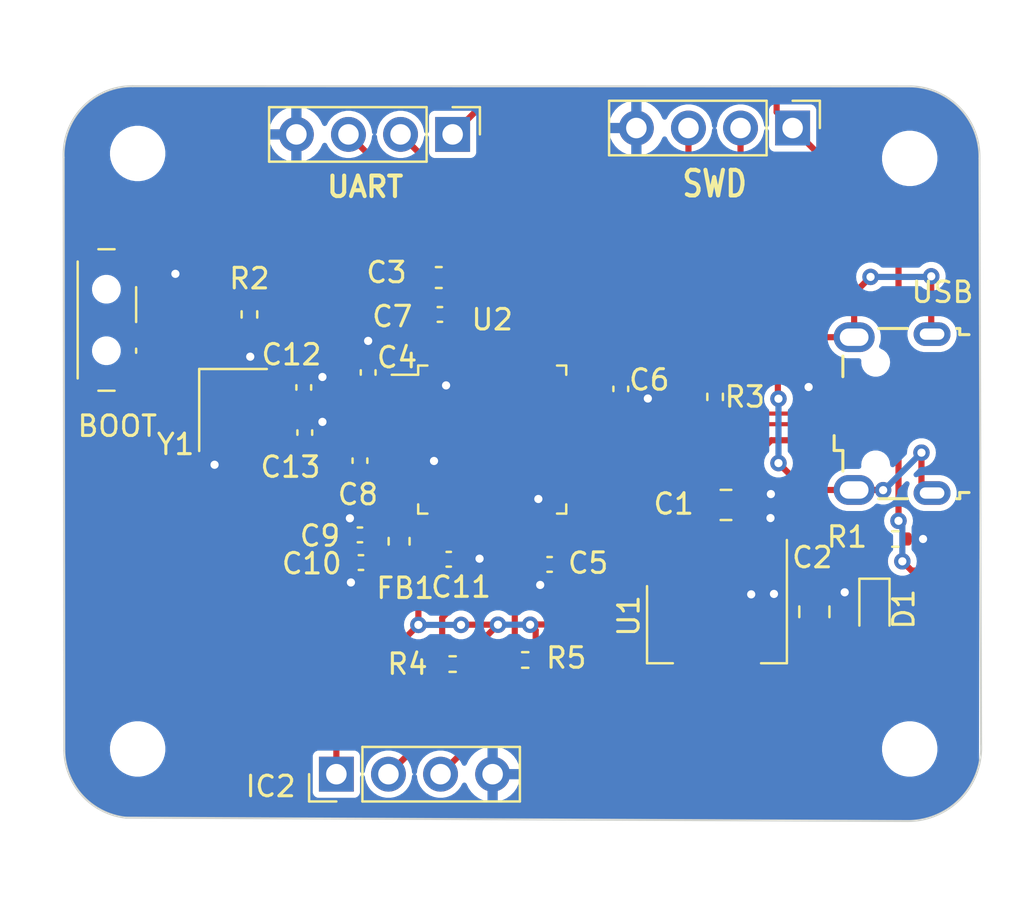
<source format=kicad_pcb>
(kicad_pcb (version 20240108) (generator "pcbnew") (generator_version "8.0")
  (layers (0 "F.Cu" signal) (31 "B.Cu" power) (34 "B.Paste" user) (35 "F.Paste" user) (36 "B.SilkS" user "B.Silkscreen") (37 "F.SilkS" user "F.Silkscreen") (38 "B.Mask" user) (39 "F.Mask" user) (44 "Edge.Cuts" user))
  (net 0 "")
  (net 1 "VBUS")
  (net 2 "GND")
  (net 3 "+3.3V")
  (net 4 "+3.3VA")
  (net 5 "/NRST")
  (net 6 "/HSE_IN")
  (net 7 "/HSE_OUT")
  (net 8 "/PWR_LED_K")
  (net 9 "/USB_D-")
  (net 10 "/USB_D+")
  (net 12 "unconnected-(J1-Shield-Pad6)")
  (net 13 "/USART1_TX")
  (net 14 "/USART1_RX")
  (net 15 "/SWDIO")
  (net 16 "/SWCLK")
  (net 17 "/I2C2_SCL")
  (net 18 "/I2C2_SDA")
  (net 19 "/SW_B00T0")
  (net 20 "/B00T0")
  (footprint "Connector_PinHeader_2.54mm:PinHeader_1x04_P2.54mm_Vertical" (layer "F.Cu") (at 144.39 56.56 -90)
    (property "Reference" "J3")
    (property "Value" "Conn_01x04_Pin")
    (pad "1" thru_hole rect (at 0 0 270) (size 1.7 1.7) (drill 1) (layers "*.Cu" "*.Mask") (net 3 "+3.3V"))
    (pad "2" thru_hole oval (at 0 2.54 270) (size 1.7 1.7) (drill 1) (layers "*.Cu" "*.Mask") (net 15 "/SWDIO"))
    (pad "3" thru_hole oval (at 0 5.08 270) (size 1.7 1.7) (drill 1) (layers "*.Cu" "*.Mask") (net 16 "/SWCLK"))
    (pad "4" thru_hole oval (at 0 7.62 270) (size 1.7 1.7) (drill 1) (layers "*.Cu" "*.Mask") (net 2 "GND"))
  )
  (footprint "MountingHole:MountingHole_2.2mm_M2" (layer "F.Cu") (at 112.45 86.84)
    (property "Reference" "H1")
    (property "Value" "MountingHole")
    (pad "" np_thru_hole circle (at 0 0) (size 2.2 2.2) (drill 2.2) (layers "*.Cu" "*.Mask"))
  )
  (footprint "MountingHole:MountingHole_2.2mm_M2" (layer "F.Cu") (at 112.45 57.8)
    (property "Reference" "H4")
    (property "Value" "MountingHole")
    (pad "" np_thru_hole circle (at 0 0) (size 2.2 2.2) (drill 2.2) (layers "*.Cu" "*.Mask"))
  )
  (footprint "Capacitor_SMD:C_0402_1005Metric" (layer "F.Cu") (at 127.62 77.59)
    (property "Reference" "C11" (at 0.6 1.35 0) (layer "F.SilkS"))
    (property "Value" "100n")
    (pad "1" smd roundrect (at -0.48 0) (size 0.56 0.62) (layers "F.Cu" "F.Paste" "F.Mask") (net 5 "/NRST"))
    (pad "2" smd roundrect (at 0.48 0) (size 0.56 0.62) (layers "F.Cu" "F.Paste" "F.Mask") (net 2 "GND"))
  )
  (footprint "Resistor_SMD:R_0402_1005Metric" (layer "F.Cu") (at 140.61 69.67 -90)
    (property "Reference" "R3" (at 0 -1.45 180) (layer "F.SilkS"))
    (property "Value" "1k5")
    (pad "1" smd roundrect (at -0.51 0 270) (size 0.54 0.64) (layers "F.Cu" "F.Paste" "F.Mask") (net 3 "+3.3V"))
    (pad "2" smd roundrect (at 0.51 0 270) (size 0.54 0.64) (layers "F.Cu" "F.Paste" "F.Mask") (net 10 "/USB_D+"))
  )
  (footprint "Resistor_SMD:R_0402_1005Metric" (layer "F.Cu") (at 117.9 65.65 90)
    (property "Reference" "R2" (at 1.75 0 180) (layer "F.SilkS"))
    (property "Value" "10k")
    (pad "1" smd roundrect (at -0.51 0 90) (size 0.54 0.64) (layers "F.Cu" "F.Paste" "F.Mask") (net 19 "/SW_B00T0"))
    (pad "2" smd roundrect (at 0.51 0 90) (size 0.54 0.64) (layers "F.Cu" "F.Paste" "F.Mask") (net 20 "/B00T0"))
  )
  (footprint "Button_Switch_SMD:SW_SPDT_PCM12" (layer "F.Cu") (at 111.255 65.92 -90)
    (property "Reference" "SW1")
    (property "Value" "SW_SPDT")
    (pad "" smd rect (at -3.65 -0.78 270) (size 1 0.8) (layers "F.Cu" "F.Paste" "F.Mask"))
    (pad "" smd rect (at -3.65 1.43 270) (size 1 0.8) (layers "F.Cu" "F.Paste" "F.Mask"))
    (pad "" np_thru_hole circle (at -1.5 0.33 270) (size 0.9 0.9) (drill 0.9) (layers "*.Cu" "*.Mask"))
    (pad "" np_thru_hole circle (at 1.5 0.33 270) (size 0.9 0.9) (drill 0.9) (layers "*.Cu" "*.Mask"))
    (pad "" smd rect (at 3.65 -0.78 270) (size 1 0.8) (layers "F.Cu" "F.Paste" "F.Mask"))
    (pad "" smd rect (at 3.65 1.43 270) (size 1 0.8) (layers "F.Cu" "F.Paste" "F.Mask"))
    (pad "1" smd rect (at -2.25 -1.43 270) (size 0.7 1.5) (layers "F.Cu" "F.Paste" "F.Mask") (net 2 "GND"))
    (pad "2" smd rect (at 0.75 -1.43 270) (size 0.7 1.5) (layers "F.Cu" "F.Paste" "F.Mask") (net 19 "/SW_B00T0"))
    (pad "3" smd rect (at 2.25 -1.43 270) (size 0.7 1.5) (layers "F.Cu" "F.Paste" "F.Mask") (net 3 "+3.3V"))
  )
  (footprint "LED_SMD:LED_0603_1608Metric" (layer "F.Cu") (at 148.38 80.0225 -90)
    (property "Reference" "D1" (at 0 -1.43 90) (layer "F.SilkS"))
    (property "Value" "RED")
    (pad "1" smd roundrect (at -0.7875 0 270) (size 0.875 0.95) (layers "F.Cu" "F.Paste" "F.Mask") (net 8 "/PWR_LED_K"))
    (pad "2" smd roundrect (at 0.7875 0 270) (size 0.875 0.95) (layers "F.Cu" "F.Paste" "F.Mask") (net 3 "+3.3V"))
  )
  (footprint "Resistor_SMD:R_0402_1005Metric" (layer "F.Cu") (at 131.35 82.5 180)
    (property "Reference" "R5" (at -2 0.1 0) (layer "F.SilkS"))
    (property "Value" "1k5")
    (pad "1" smd roundrect (at -0.51 0 180) (size 0.54 0.64) (layers "F.Cu" "F.Paste" "F.Mask") (net 3 "+3.3V"))
    (pad "2" smd roundrect (at 0.51 0 180) (size 0.54 0.64) (layers "F.Cu" "F.Paste" "F.Mask") (net 18 "/I2C2_SDA"))
  )
  (footprint "Package_QFP:LQFP-48_7x7mm_P0.5mm" (layer "F.Cu") (at 129.74 71.7525)
    (property "Reference" "U2" (at 0 -5.85 0) (layer "F.SilkS"))
    (property "Value" "STM32F103C8Tx")
    (pad "1" smd roundrect (at -4.1625 -2.75) (size 1.475 0.3) (layers "F.Cu" "F.Paste" "F.Mask") (net 3 "+3.3V"))
    (pad "2" smd roundrect (at -4.1625 -2.25) (size 1.475 0.3) (layers "F.Cu" "F.Paste" "F.Mask"))
    (pad "3" smd roundrect (at -4.1625 -1.75) (size 1.475 0.3) (layers "F.Cu" "F.Paste" "F.Mask"))
    (pad "4" smd roundrect (at -4.1625 -1.25) (size 1.475 0.3) (layers "F.Cu" "F.Paste" "F.Mask"))
    (pad "5" smd roundrect (at -4.1625 -0.75) (size 1.475 0.3) (layers "F.Cu" "F.Paste" "F.Mask") (net 6 "/HSE_IN"))
    (pad "6" smd roundrect (at -4.1625 -0.25) (size 1.475 0.3) (layers "F.Cu" "F.Paste" "F.Mask") (net 7 "/HSE_OUT"))
    (pad "7" smd roundrect (at -4.1625 0.25) (size 1.475 0.3) (layers "F.Cu" "F.Paste" "F.Mask") (net 5 "/NRST"))
    (pad "8" smd roundrect (at -4.1625 0.75) (size 1.475 0.3) (layers "F.Cu" "F.Paste" "F.Mask") (net 2 "GND"))
    (pad "9" smd roundrect (at -4.1625 1.25) (size 1.475 0.3) (layers "F.Cu" "F.Paste" "F.Mask") (net 4 "+3.3VA"))
    (pad "10" smd roundrect (at -4.1625 1.75) (size 1.475 0.3) (layers "F.Cu" "F.Paste" "F.Mask"))
    (pad "11" smd roundrect (at -4.1625 2.25) (size 1.475 0.3) (layers "F.Cu" "F.Paste" "F.Mask"))
    (pad "12" smd roundrect (at -4.1625 2.75) (size 1.475 0.3) (layers "F.Cu" "F.Paste" "F.Mask"))
    (pad "13" smd roundrect (at -2.75 4.1625) (size 0.3 1.475) (layers "F.Cu" "F.Paste" "F.Mask"))
    (pad "14" smd roundrect (at -2.25 4.1625) (size 0.3 1.475) (layers "F.Cu" "F.Paste" "F.Mask"))
    (pad "15" smd roundrect (at -1.75 4.1625) (size 0.3 1.475) (layers "F.Cu" "F.Paste" "F.Mask"))
    (pad "16" smd roundrect (at -1.25 4.1625) (size 0.3 1.475) (layers "F.Cu" "F.Paste" "F.Mask"))
    (pad "17" smd roundrect (at -0.75 4.1625) (size 0.3 1.475) (layers "F.Cu" "F.Paste" "F.Mask"))
    (pad "18" smd roundrect (at -0.25 4.1625) (size 0.3 1.475) (layers "F.Cu" "F.Paste" "F.Mask"))
    (pad "19" smd roundrect (at 0.25 4.1625) (size 0.3 1.475) (layers "F.Cu" "F.Paste" "F.Mask"))
    (pad "20" smd roundrect (at 0.75 4.1625) (size 0.3 1.475) (layers "F.Cu" "F.Paste" "F.Mask"))
    (pad "21" smd roundrect (at 1.25 4.1625) (size 0.3 1.475) (layers "F.Cu" "F.Paste" "F.Mask") (net 17 "/I2C2_SCL"))
    (pad "22" smd roundrect (at 1.75 4.1625) (size 0.3 1.475) (layers "F.Cu" "F.Paste" "F.Mask") (net 18 "/I2C2_SDA"))
    (pad "23" smd roundrect (at 2.25 4.1625) (size 0.3 1.475) (layers "F.Cu" "F.Paste" "F.Mask") (net 2 "GND"))
    (pad "24" smd roundrect (at 2.75 4.1625) (size 0.3 1.475) (layers "F.Cu" "F.Paste" "F.Mask") (net 3 "+3.3V"))
    (pad "25" smd roundrect (at 4.1625 2.75) (size 1.475 0.3) (layers "F.Cu" "F.Paste" "F.Mask"))
    (pad "26" smd roundrect (at 4.1625 2.25) (size 1.475 0.3) (layers "F.Cu" "F.Paste" "F.Mask"))
    (pad "27" smd roundrect (at 4.1625 1.75) (size 1.475 0.3) (layers "F.Cu" "F.Paste" "F.Mask"))
    (pad "28" smd roundrect (at 4.1625 1.25) (size 1.475 0.3) (layers "F.Cu" "F.Paste" "F.Mask"))
    (pad "29" smd roundrect (at 4.1625 0.75) (size 1.475 0.3) (layers "F.Cu" "F.Paste" "F.Mask"))
    (pad "30" smd roundrect (at 4.1625 0.25) (size 1.475 0.3) (layers "F.Cu" "F.Paste" "F.Mask"))
    (pad "31" smd roundrect (at 4.1625 -0.25) (size 1.475 0.3) (layers "F.Cu" "F.Paste" "F.Mask"))
    (pad "32" smd roundrect (at 4.1625 -0.75) (size 1.475 0.3) (layers "F.Cu" "F.Paste" "F.Mask") (net 9 "/USB_D-"))
    (pad "33" smd roundrect (at 4.1625 -1.25) (size 1.475 0.3) (layers "F.Cu" "F.Paste" "F.Mask") (net 10 "/USB_D+"))
    (pad "34" smd roundrect (at 4.1625 -1.75) (size 1.475 0.3) (layers "F.Cu" "F.Paste" "F.Mask") (net 15 "/SWDIO"))
    (pad "35" smd roundrect (at 4.1625 -2.25) (size 1.475 0.3) (layers "F.Cu" "F.Paste" "F.Mask") (net 2 "GND"))
    (pad "36" smd roundrect (at 4.1625 -2.75) (size 1.475 0.3) (layers "F.Cu" "F.Paste" "F.Mask") (net 3 "+3.3V"))
    (pad "37" smd roundrect (at 2.75 -4.1625) (size 0.3 1.475) (layers "F.Cu" "F.Paste" "F.Mask") (net 16 "/SWCLK"))
    (pad "38" smd roundrect (at 2.25 -4.1625) (size 0.3 1.475) (layers "F.Cu" "F.Paste" "F.Mask"))
    (pad "39" smd roundrect (at 1.75 -4.1625) (size 0.3 1.475) (layers "F.Cu" "F.Paste" "F.Mask"))
    (pad "40" smd roundrect (at 1.25 -4.1625) (size 0.3 1.475) (layers "F.Cu" "F.Paste" "F.Mask"))
    (pad "41" smd roundrect (at 0.75 -4.1625) (size 0.3 1.475) (layers "F.Cu" "F.Paste" "F.Mask"))
    (pad "42" smd roundrect (at 0.25 -4.1625) (size 0.3 1.475) (layers "F.Cu" "F.Paste" "F.Mask") (net 13 "/USART1_TX"))
    (pad "43" smd roundrect (at -0.25 -4.1625) (size 0.3 1.475) (layers "F.Cu" "F.Paste" "F.Mask") (net 14 "/USART1_RX"))
    (pad "44" smd roundrect (at -0.75 -4.1625) (size 0.3 1.475) (layers "F.Cu" "F.Paste" "F.Mask") (net 20 "/B00T0"))
    (pad "45" smd roundrect (at -1.25 -4.1625) (size 0.3 1.475) (layers "F.Cu" "F.Paste" "F.Mask"))
    (pad "46" smd roundrect (at -1.75 -4.1625) (size 0.3 1.475) (layers "F.Cu" "F.Paste" "F.Mask"))
    (pad "47" smd roundrect (at -2.25 -4.1625) (size 0.3 1.475) (layers "F.Cu" "F.Paste" "F.Mask") (net 2 "GND"))
    (pad "48" smd roundrect (at -2.75 -4.1625) (size 0.3 1.475) (layers "F.Cu" "F.Paste" "F.Mask") (net 3 "+3.3V"))
  )
  (footprint "Capacitor_SMD:C_0402_1005Metric" (layer "F.Cu") (at 132.54 77.84 180)
    (property "Reference" "C5" (at -1.8768 0.0652 0) (layer "F.SilkS"))
    (property "Value" "100n")
    (pad "1" smd roundrect (at -0.48 0 180) (size 0.56 0.62) (layers "F.Cu" "F.Paste" "F.Mask") (net 3 "+3.3V"))
    (pad "2" smd roundrect (at 0.48 0 180) (size 0.56 0.62) (layers "F.Cu" "F.Paste" "F.Mask") (net 2 "GND"))
  )
  (footprint "Capacitor_SMD:C_0603_1608Metric" (layer "F.Cu") (at 127.135 63.85)
    (property "Reference" "C3" (at -2.55 -0.25 0) (layer "F.SilkS"))
    (property "Value" "10u")
    (pad "1" smd roundrect (at -0.775 0) (size 0.9 0.95) (layers "F.Cu" "F.Paste" "F.Mask") (net 3 "+3.3V"))
    (pad "2" smd roundrect (at 0.775 0) (size 0.9 0.95) (layers "F.Cu" "F.Paste" "F.Mask") (net 2 "GND"))
  )
  (footprint "Capacitor_SMD:C_0402_1005Metric" (layer "F.Cu") (at 123.29 72.78 90)
    (property "Reference" "C8" (at -1.65 -0.1 180) (layer "F.SilkS"))
    (property "Value" "10n")
    (pad "1" smd roundrect (at -0.48 0 90) (size 0.56 0.62) (layers "F.Cu" "F.Paste" "F.Mask") (net 4 "+3.3VA"))
    (pad "2" smd roundrect (at 0.48 0 90) (size 0.56 0.62) (layers "F.Cu" "F.Paste" "F.Mask") (net 2 "GND"))
  )
  (footprint "Capacitor_SMD:C_0402_1005Metric" (layer "F.Cu") (at 123.29 76.4 180)
    (property "Reference" "C9" (at 1.95 -0.05 0) (layer "F.SilkS"))
    (property "Value" "1u")
    (pad "1" smd roundrect (at -0.48 0 180) (size 0.56 0.62) (layers "F.Cu" "F.Paste" "F.Mask") (net 4 "+3.3VA"))
    (pad "2" smd roundrect (at 0.48 0 180) (size 0.56 0.62) (layers "F.Cu" "F.Paste" "F.Mask") (net 2 "GND"))
  )
  (footprint "Connector_USB:USB_Micro-B_Wuerth_629105150521" (layer "F.Cu") (at 149.24 70.485 90)
    (property "Reference" "J1")
    (property "Value" "USB_B_Micro")
    (pad "" np_thru_hole oval (at -2.5 -0.8 90) (size 0.8 0.8) (drill 0.8) (layers "*.Cu" "*.Mask"))
    (pad "" np_thru_hole oval (at 2.5 -0.8 90) (size 0.8 0.8) (drill 0.8) (layers "*.Cu" "*.Mask"))
    (pad "1" smd rect (at -1.3 -1.9 90) (size 0.45 1.3) (layers "F.Cu" "F.Paste" "F.Mask") (net 1 "VBUS"))
    (pad "2" smd rect (at -0.65 -1.9 90) (size 0.45 1.3) (layers "F.Cu" "F.Paste" "F.Mask") (net 9 "/USB_D-"))
    (pad "3" smd rect (at 0 -1.9 90) (size 0.45 1.3) (layers "F.Cu" "F.Paste" "F.Mask") (net 10 "/USB_D+"))
    (pad "4" smd rect (at 0.65 -1.9 90) (size 0.45 1.3) (layers "F.Cu" "F.Paste" "F.Mask"))
    (pad "5" smd rect (at 1.3 -1.9 90) (size 0.45 1.3) (layers "F.Cu" "F.Paste" "F.Mask") (net 2 "GND"))
    (pad "6" thru_hole oval (at -3.875 1.95 90) (size 1.15 1.8) (drill oval 0.55 1.2) (layers "*.Cu" "*.Mask") (net 12 "unconnected-(J1-Shield-Pad6)"))
    (pad "6" thru_hole oval (at -3.725 -1.85 90) (size 1.45 2) (drill oval 0.85 1.4) (layers "*.Cu" "*.Mask") (net 12 "unconnected-(J1-Shield-Pad6)"))
    (pad "6" thru_hole oval (at 3.725 -1.85 90) (size 1.45 2) (drill oval 0.85 1.4) (layers "*.Cu" "*.Mask") (net 12 "unconnected-(J1-Shield-Pad6)"))
    (pad "6" thru_hole oval (at 3.875 1.95 90) (size 1.15 1.8) (drill oval 0.55 1.2) (layers "*.Cu" "*.Mask") (net 12 "unconnected-(J1-Shield-Pad6)"))
  )
  (footprint "Resistor_SMD:R_0402_1005Metric" (layer "F.Cu") (at 149.4 76.6)
    (property "Reference" "R1" (at -2.36 -0.1 0) (layer "F.SilkS"))
    (property "Value" "1k5")
    (pad "1" smd roundrect (at -0.51 0) (size 0.54 0.64) (layers "F.Cu" "F.Paste" "F.Mask") (net 8 "/PWR_LED_K"))
    (pad "2" smd roundrect (at 0.51 0) (size 0.54 0.64) (layers "F.Cu" "F.Paste" "F.Mask") (net 2 "GND"))
  )
  (footprint "Capacitor_SMD:C_0402_1005Metric" (layer "F.Cu") (at 123.69 68.48 90)
    (property "Reference" "C4" (at 0.73 1.41 0) (layer "F.SilkS"))
    (property "Value" "100n")
    (pad "1" smd roundrect (at -0.48 0 90) (size 0.56 0.62) (layers "F.Cu" "F.Paste" "F.Mask") (net 3 "+3.3V"))
    (pad "2" smd roundrect (at 0.48 0 90) (size 0.56 0.62) (layers "F.Cu" "F.Paste" "F.Mask") (net 2 "GND"))
  )
  (footprint "Capacitor_SMD:C_0805_2012Metric" (layer "F.Cu") (at 141.14 74.94)
    (property "Reference" "C1" (at -2.55 -0.05 0) (layer "F.SilkS"))
    (property "Value" "22u")
    (pad "1" smd roundrect (at -0.95 0) (size 1 1.45) (layers "F.Cu" "F.Paste" "F.Mask") (net 1 "VBUS"))
    (pad "2" smd roundrect (at 0.95 0) (size 1 1.45) (layers "F.Cu" "F.Paste" "F.Mask") (net 2 "GND"))
  )
  (footprint "Capacitor_SMD:C_0805_2012Metric" (layer "F.Cu") (at 145.45 80.15 90)
    (property "Reference" "C2" (at 2.65 -0.1 180) (layer "F.SilkS"))
    (property "Value" "22u")
    (pad "1" smd roundrect (at -0.95 0 90) (size 1 1.45) (layers "F.Cu" "F.Paste" "F.Mask") (net 3 "+3.3V"))
    (pad "2" smd roundrect (at 0.95 0 90) (size 1 1.45) (layers "F.Cu" "F.Paste" "F.Mask") (net 2 "GND"))
  )
  (footprint "Connector_PinHeader_2.54mm:PinHeader_1x04_P2.54mm_Vertical" (layer "F.Cu") (at 127.81 56.87 -90)
    (property "Reference" "J2")
    (property "Value" "Conn_01x04_Pin")
    (pad "1" thru_hole rect (at 0 0 270) (size 1.7 1.7) (drill 1) (layers "*.Cu" "*.Mask") (net 3 "+3.3V"))
    (pad "2" thru_hole oval (at 0 2.54 270) (size 1.7 1.7) (drill 1) (layers "*.Cu" "*.Mask") (net 13 "/USART1_TX"))
    (pad "3" thru_hole oval (at 0 5.08 270) (size 1.7 1.7) (drill 1) (layers "*.Cu" "*.Mask") (net 14 "/USART1_RX"))
    (pad "4" thru_hole oval (at 0 7.62 270) (size 1.7 1.7) (drill 1) (layers "*.Cu" "*.Mask") (net 2 "GND"))
  )
  (footprint "MountingHole:MountingHole_2.2mm_M2" (layer "F.Cu") (at 150.1 86.84)
    (property "Reference" "H2")
    (property "Value" "MountingHole")
    (pad "" np_thru_hole circle (at 0 0) (size 2.2 2.2) (drill 2.2) (layers "F&B.Cu" "*.Mask"))
  )
  (footprint "Package_TO_SOT_SMD:SOT-223-3_TabPin2" (layer "F.Cu") (at 140.7 80.75 -90)
    (property "Reference" "U1" (at -0.4 4.3 90) (layer "F.SilkS"))
    (property "Value" "AMS1117-3.3")
    (pad "1" smd rect (at -3.15 -2.3 270) (size 2 1.5) (layers "F.Cu" "F.Paste" "F.Mask") (net 2 "GND"))
    (pad "2" smd rect (at -3.15 0 270) (size 2 1.5) (layers "F.Cu" "F.Paste" "F.Mask") (net 3 "+3.3V"))
    (pad "2" smd rect (at 3.15 0 270) (size 2 3.8) (layers "F.Cu" "F.Paste" "F.Mask") (net 3 "+3.3V"))
    (pad "3" smd rect (at -3.15 2.3 270) (size 2 1.5) (layers "F.Cu" "F.Paste" "F.Mask") (net 1 "VBUS"))
  )
  (footprint "Crystal:Crystal_SMD_3225-4Pin_3.2x2.5mm" (layer "F.Cu") (at 117.1 70.31 -90)
    (property "Reference" "Y1" (at 1.6736 2.8 180) (layer "F.SilkS"))
    (property "Value" "16MHz")
    (pad "1" smd rect (at -1.1 0.85 270) (size 1.4 1.2) (layers "F.Cu" "F.Paste" "F.Mask") (net 6 "/HSE_IN"))
    (pad "2" smd rect (at 1.1 0.85 270) (size 1.4 1.2) (layers "F.Cu" "F.Paste" "F.Mask") (net 2 "GND"))
    (pad "3" smd rect (at 1.1 -0.85 270) (size 1.4 1.2) (layers "F.Cu" "F.Paste" "F.Mask") (net 7 "/HSE_OUT"))
    (pad "4" smd rect (at -1.1 -0.85 270) (size 1.4 1.2) (layers "F.Cu" "F.Paste" "F.Mask") (net 2 "GND"))
  )
  (footprint "Capacitor_SMD:C_0402_1005Metric" (layer "F.Cu") (at 136.01 69.28 -90)
    (property "Reference" "C6" (at -0.44 -1.39 180) (layer "F.SilkS"))
    (property "Value" "100n")
    (pad "1" smd roundrect (at -0.48 0 270) (size 0.56 0.62) (layers "F.Cu" "F.Paste" "F.Mask") (net 3 "+3.3V"))
    (pad "2" smd roundrect (at 0.48 0 270) (size 0.56 0.62) (layers "F.Cu" "F.Paste" "F.Mask") (net 2 "GND"))
  )
  (footprint "Capacitor_SMD:C_0402_1005Metric" (layer "F.Cu") (at 120.55 69.21 90)
    (property "Reference" "C12" (at 1.6 -0.6 180) (layer "F.SilkS"))
    (property "Value" "10p")
    (pad "1" smd roundrect (at -0.48 0 90) (size 0.56 0.62) (layers "F.Cu" "F.Paste" "F.Mask") (net 6 "/HSE_IN"))
    (pad "2" smd roundrect (at 0.48 0 90) (size 0.56 0.62) (layers "F.Cu" "F.Paste" "F.Mask") (net 2 "GND"))
  )
  (footprint "Capacitor_SMD:C_0402_1005Metric" (layer "F.Cu") (at 120.6 71.41 90)
    (property "Reference" "C13" (at -1.68 -0.7 0) (layer "F.SilkS"))
    (property "Value" "10p")
    (pad "1" smd roundrect (at -0.48 0 90) (size 0.56 0.62) (layers "F.Cu" "F.Paste" "F.Mask") (net 7 "/HSE_OUT"))
    (pad "2" smd roundrect (at 0.48 0 90) (size 0.56 0.62) (layers "F.Cu" "F.Paste" "F.Mask") (net 2 "GND"))
  )
  (footprint "Capacitor_SMD:C_0402_1005Metric" (layer "F.Cu") (at 123.34 77.75 180)
    (property "Reference" "C10" (at 2.4 -0.05 0) (layer "F.SilkS"))
    (property "Value" "1u")
    (pad "1" smd roundrect (at -0.48 0 180) (size 0.56 0.62) (layers "F.Cu" "F.Paste" "F.Mask") (net 3 "+3.3V"))
    (pad "2" smd roundrect (at 0.48 0 180) (size 0.56 0.62) (layers "F.Cu" "F.Paste" "F.Mask") (net 2 "GND"))
  )
  (footprint "MountingHole:MountingHole_2.2mm_M2" (layer "F.Cu") (at 150.1 58.04)
    (property "Reference" "H3")
    (property "Value" "MountingHole")
    (pad "" np_thru_hole circle (at 0 0) (size 2.2 2.2) (drill 2.2) (layers "*.Cu" "*.Mask"))
  )
  (footprint "Inductor_SMD:L_0603_1608Metric" (layer "F.Cu") (at 125.2 76.7125 -90)
    (property "Reference" "FB1" (at 2.2875 -0.3 180) (layer "F.SilkS"))
    (property "Value" "120R")
    (pad "1" smd roundrect (at -0.7875 0 270) (size 0.875 0.95) (layers "F.Cu" "F.Paste" "F.Mask") (net 4 "+3.3VA"))
    (pad "2" smd roundrect (at 0.7875 0 270) (size 0.875 0.95) (layers "F.Cu" "F.Paste" "F.Mask") (net 3 "+3.3V"))
  )
  (footprint "Connector_PinHeader_2.54mm:PinHeader_1x04_P2.54mm_Vertical" (layer "F.Cu") (at 122.14 88.07 90)
    (property "Reference" "J4")
    (property "Value" "Conn_01x04_Pin")
    (pad "1" thru_hole rect (at 0 0 90) (size 1.7 1.7) (drill 1) (layers "*.Cu" "*.Mask") (net 3 "+3.3V"))
    (pad "2" thru_hole oval (at 0 2.54 90) (size 1.7 1.7) (drill 1) (layers "*.Cu" "*.Mask") (net 17 "/I2C2_SCL"))
    (pad "3" thru_hole oval (at 0 5.08 90) (size 1.7 1.7) (drill 1) (layers "*.Cu" "*.Mask") (net 18 "/I2C2_SDA"))
    (pad "4" thru_hole oval (at 0 7.62 90) (size 1.7 1.7) (drill 1) (layers "*.Cu" "*.Mask") (net 2 "GND"))
  )
  (footprint "Capacitor_SMD:C_0402_1005Metric" (layer "F.Cu") (at 127.19 65.65)
    (property "Reference" "C7" (at -2.32 0.1 0) (layer "F.SilkS"))
    (property "Value" "100n")
    (pad "1" smd roundrect (at -0.48 0) (size 0.56 0.62) (layers "F.Cu" "F.Paste" "F.Mask") (net 3 "+3.3V"))
    (pad "2" smd roundrect (at 0.48 0) (size 0.56 0.62) (layers "F.Cu" "F.Paste" "F.Mask") (net 2 "GND"))
  )
  (footprint "Resistor_SMD:R_0402_1005Metric" (layer "F.Cu") (at 127.81 82.7 180)
    (property "Reference" "R4" (at 2.2 0 0) (layer "F.SilkS"))
    (property "Value" "1k5")
    (pad "1" smd roundrect (at -0.51 0 180) (size 0.54 0.64) (layers "F.Cu" "F.Paste" "F.Mask") (net 3 "+3.3V"))
    (pad "2" smd roundrect (at 0.51 0 180) (size 0.54 0.64) (layers "F.Cu" "F.Paste" "F.Mask") (net 17 "/I2C2_SCL"))
  )
  (gr_arc (start 111.88 90.189999) (mid 109.762653 89.123604) (end 108.871826 86.92661) (stroke (width 0.1)) (layer "Edge.Cuts"))
  (gr_arc (start 150.147759 54.529949) (mid 152.55117 55.590382) (end 153.499999 58.04) (stroke (width 0.1)) (layer "Edge.Cuts"))
  (gr_line (start 153.58 86.6) (end 153.5 58.04) (stroke (width 0.1)) (layer "Edge.Cuts"))
  (gr_line (start 150.038536 90.353827) (end 111.88 90.19) (stroke (width 0.1)) (layer "Edge.Cuts"))
  (gr_arc (start 153.58 86.6) (mid 152.606963 89.229481) (end 150.038536 90.353827) (stroke (width 0.1)) (layer "Edge.Cuts"))
  (gr_arc (start 108.842535 57.993499) (mid 109.781849 55.535056) (end 112.21 54.520001) (stroke (width 0.1)) (layer "Edge.Cuts"))
  (gr_line (start 112.21 54.52) (end 150.147759 54.529949) (stroke (width 0.1)) (layer "Edge.Cuts"))
  (gr_line (start 108.871826 86.92661) (end 108.842535 57.993499) (stroke (width 0.1)) (layer "Edge.Cuts"))
  (gr_text "Prince Lee Muhera\nAspiring Hardware Engineer" (at 132.6388 89.154 0) (layer "F.Cu") (effects (font (size 0.7 0.7) (thickness 0.125) (bold yes)) (justify left bottom)))
  (gr_text "UART" (at 121.58 60.01 0) (layer "F.SilkS") (effects (font (size 1 1) (thickness 0.2) (bold yes)) (justify left bottom)))
  (gr_text "BOOT" (at 109.43 71.68 0) (layer "F.SilkS") (effects (font (size 1 1)) (justify left bottom)))
  (gr_text "USB" (at 150.1 65.15 0) (layer "F.SilkS") (effects (font (size 1 1)) (justify left bottom)))
  (gr_text "IC2" (at 117.62 89.25 0) (layer "F.SilkS") (effects (font (size 1 1)) (justify left bottom)))
  (gr_text "SWD" (at 138.91 60.01 0) (layer "F.SilkS") (effects (font (size 1.25 1) (thickness 0.2) (bold yes)) (justify left bottom)))
  (segment (start 138.4 77.6) (end 138.4 76.73) (width 0.3) (layer "F.Cu") (net 1))
  (segment (start 138.4 76.73) (end 140.19 74.94) (width 0.3) (layer "F.Cu") (net 1))
  (segment (start 143.345 71.785) (end 147.34 71.785) (width 0.3) (layer "F.Cu") (net 1))
  (segment (start 140.19 74.94) (end 143.345 71.785) (width 0.3) (layer "F.Cu") (net 1))
  (segment (start 135.13 69.76) (end 136.01 69.76) (width 0.3) (layer "F.Cu") (net 2))
  (segment (start 124.33 72.33) (end 123.32 72.33) (width 0.3) (layer "F.Cu") (net 2))
  (segment (start 122.86 77.75) (end 122.86 78.71) (width 0.5) (layer "F.Cu") (net 2))
  (segment (start 117.95 69.21) (end 117.95 67.72) (width 0.3) (layer "F.Cu") (net 2))
  (segment (start 127.9 64.96) (end 127.9 63.86) (width 0.3) (layer "F.Cu") (net 2))
  (segment (start 123.32 72.33) (end 123.29 72.3) (width 0.3) (layer "F.Cu") (net 2))
  (segment (start 124.5025 72.5025) (end 124.33 72.33) (width 0.3) (layer "F.Cu") (net 2))
  (segment (start 132.06 78.8216) (end 132.08 78.8416) (width 0.3) (layer "F.Cu") (net 2))
  (segment (start 125.5775 72.5025) (end 124.5025 72.5025) (width 0.3) (layer "F.Cu") (net 2))
  (segment (start 127.67 65.65) (end 127.67 65.19) (width 0.3) (layer "F.Cu") (net 2))
  (segment (start 127.9 63.86) (end 127.91 63.85) (width 0.3) (layer "F.Cu") (net 2))
  (segment (start 122.81 76.4) (end 122.81 75.6) (width 0.5) (layer "F.Cu") (net 2))
  (segment (start 147.34 69.185) (end 145.175 69.185) (width 0.3) (layer "F.Cu") (net 2))
  (segment (start 149.91 76.6) (end 150.75 76.6) (width 0.3) (layer "F.Cu") (net 2))
  (segment (start 131.99 77.77) (end 132.06 77.84) (width 0.3) (layer "F.Cu") (net 2))
  (segment (start 120.6 70.93) (end 121.42 70.93) (width 0.5) (layer "F.Cu") (net 2))
  (segment (start 127.69 66.49) (end 127.69 65.67) (width 0.3) (layer "F.Cu") (net 2))
  (segment (start 136.01 69.76) (end 137.32 69.76) (width 0.3) (layer "F.Cu") (net 2))
  (segment (start 133.9025 69.5025) (end 134.8725 69.5025) (width 0.3) (layer "F.Cu") (net 2))
  (segment (start 120.55 68.73) (end 121.43 68.73) (width 0.5) (layer "F.Cu") (net 2))
  (segment (start 121.42 70.93) (end 121.46 70.89) (width 0.5) (layer "F.Cu") (net 2))
  (segment (start 145.175 69.185) (end 145.17 69.19) (width 0.3) (layer "F.Cu") (net 2))
  (segment (start 116.25 71.41) (end 116.25 72.93) (width 0.3) (layer "F.Cu") (net 2))
  (segment (start 127.49 66.69) (end 127.69 66.49) (width 0.3) (layer "F.Cu") (net 2))
  (segment (start 125.5775 72.5025) (end 126.608212 72.5025) (width 0.3) (layer "F.Cu") (net 2))
  (segment (start 126.608212 72.5025) (end 126.90152 72.795808) (width 0.3) (layer "F.Cu") (net 2))
  (segment (start 131.99 75.915) (end 131.99 74.65) (width 0.3) (layer "F.Cu") (net 2))
  (segment (start 127.49 67.59) (end 127.49 66.69) (width 0.3) (layer "F.Cu") (net 2))
  (segment (start 127.49 67.59) (end 127.49 69.11) (width 0.3) (layer "F.Cu") (net 2))
  (segment (start 132.06 77.84) (end 132.06 78.8216) (width 0.3) (layer "F.Cu") (net 2))
  (segment (start 129.122794 77.560793) (end 129.093587 77.59) (width 0.25) (layer "F.Cu") (net 2))
  (segment (start 112.685 63.67) (end 114.29 63.67) (width 0.5) (layer "F.Cu") (net 2))
  (segment (start 123.69 68) (end 123.69 66.94) (width 0.5) (layer "F.Cu") (net 2))
  (segment (start 121.43 68.73) (end 121.46 68.7) (width 0.5) (layer "F.Cu") (net 2))
  (segment (start 116.25 72.93) (end 116.2 72.98) (width 0.3) (layer "F.Cu") (net 2))
  (segment (start 129.093587 77.59) (end 128.1 77.59) (width 0.25) (layer "F.Cu") (net 2))
  (segment (start 137.32 69.76) (end 137.33 69.75) (width 0.3) (layer "F.Cu") (net 2))
  (segment (start 134.8725 69.5025) (end 135.13 69.76) (width 0.3) (layer "F.Cu") (net 2))
  (segment (start 117.95 67.72) (end 117.94 67.71) (width 0.3) (layer "F.Cu") (net 2))
  (segment (start 131.99 75.915) (end 131.99 77.77) (width 0.3) (layer "F.Cu") (net 2))
  (segment (start 127.69 65.67) (end 127.67 65.65) (width 0.3) (layer "F.Cu") (net 2))
  (segment (start 127.67 65.19) (end 127.9 64.96) (width 0.3) (layer "F.Cu") (net 2))
  (segment (start 122.81 75.6) (end 122.8 75.59) (width 0.5) (layer "F.Cu") (net 2))
  (segment (start 122.86 78.71) (end 122.85 78.72) (width 0.5) (layer "F.Cu") (net 2))
  (via (at 114.29 63.67) (size 0.8) (drill 0.4) (layers "F.Cu" "B.Cu") (net 2))
  (via (at 123.69 66.94) (size 0.8) (drill 0.4) (layers "F.Cu" "B.Cu") (net 2))
  (via (at 146.93 79.2) (size 0.8) (drill 0.4) (layers "F.Cu" "B.Cu") (net 2))
  (via (at 122.8 75.59) (size 0.8) (drill 0.4) (layers "F.Cu" "B.Cu") (net 2))
  (via (at 137.33 69.75) (size 0.8) (drill 0.4) (layers "F.Cu" "B.Cu") (net 2))
  (via (at 126.90152 72.795808) (size 0.8) (drill 0.4) (layers "F.Cu" "B.Cu") (net 2))
  (via (at 129.122794 77.560793) (size 0.8) (drill 0.4) (layers "F.Cu" "B.Cu") (net 2))
  (via (at 142.37 79.3) (size 0.8) (drill 0.4) (layers "F.Cu" "B.Cu") (net 2))
  (via (at 122.85 78.72) (size 0.8) (drill 0.4) (layers "F.Cu" "B.Cu") (net 2))
  (via (at 127.49 69.11) (size 0.8) (drill 0.4) (layers "F.Cu" "B.Cu") (net 2))
  (via (at 143.48 79.28) (size 0.8) (drill 0.4) (layers "F.Cu" "B.Cu") (net 2))
  (via (at 132.08 78.8416) (size 0.8) (drill 0.4) (layers "F.Cu" "B.Cu") (net 2))
  (via (at 143.33 74.41) (size 0.8) (drill 0.4) (layers "F.Cu" "B.Cu") (net 2))
  (via (at 121.46 70.89) (size 0.8) (drill 0.4) (layers "F.Cu" "B.Cu") (net 2))
  (via (at 116.2 72.98) (size 0.8) (drill 0.4) (layers "F.Cu" "B.Cu") (net 2))
  (via (at 121.46 68.7) (size 0.8) (drill 0.4) (layers "F.Cu" "B.Cu") (net 2))
  (via (at 150.75 76.6) (size 0.8) (drill 0.4) (layers "F.Cu" "B.Cu") (net 2))
  (via (at 143.31 75.58) (size 0.8) (drill 0.4) (layers "F.Cu" "B.Cu") (net 2))
  (via (at 131.99 74.65) (size 0.8) (drill 0.4) (layers "F.Cu" "B.Cu") (net 2))
  (via (at 117.94 67.71) (size 0.8) (drill 0.4) (layers "F.Cu" "B.Cu") (net 2))
  (via (at 145.17 69.19) (size 0.8) (drill 0.4) (layers "F.Cu" "B.Cu") (net 2))
  (segment (start 132.49 75.915) (end 132.49 77.267035) (width 0.3) (layer "F.Cu") (net 3))
  (segment (start 126.14 80.79) (end 126.14 78.44) (width 0.3) (layer "F.Cu") (net 3))
  (segment (start 147.04 81.1) (end 147.04 82.43) (width 0.3) (layer "F.Cu") (net 3))
  (segment (start 128.32 82.7) (end 128.32 82.48) (width 0.3) (layer "F.Cu") (net 3))
  (segment (start 126.71 65.65) (end 126.71 65.32) (width 0.3) (layer "F.Cu") (net 3))
  (segment (start 126.43 65.04) (end 126.43 63.92) (width 0.3) (layer "F.Cu") (net 3))
  (segment (start 126.43 63.92) (end 126.36 63.85) (width 0.3) (layer "F.Cu") (net 3))
  (segment (start 131.86 81.0505) (end 131.5895 80.78) (width 0.3) (layer "F.Cu") (net 3))
  (segment (start 121.35 66.96) (end 122.01 66.96) (width 0.3) (layer "F.Cu") (net 3))
  (segment (start 132.572965 77.35) (end 132.58 77.35) (width 0.3) (layer "F.Cu") (net 3))
  (segment (start 143.609775 54.878234) (end 143.609775 55.779775) (width 0.3) (layer "F.Cu") (net 3))
  (segment (start 123.5 68.77) (end 123.69 68.96) (width 0.3) (layer "F.Cu") (net 3))
  (segment (start 148.09 81.1) (end 148.38 80.81) (width 0.3) (layer "F.Cu") (net 3))
  (segment (start 134.74 80.77) (end 134.74 79.56) (width 0.3) (layer "F.Cu") (net 3))
  (segment (start 126.14 78.44) (end 125.2 77.5) (width 0.3) (layer "F.Cu") (net 3))
  (segment (start 131.5995 80.77) (end 131.5895 80.78) (width 0.3) (layer "F.Cu") (net 3))
  (segment (start 145.6 86.17) (end 140.63 86.17) (width 0.3) (layer "F.Cu") (net 3))
  (segment (start 126.7 66.53) (end 126.7 65.66) (width 0.3) (layer "F.Cu") (net 3))
  (segment (start 113.085 68.17) (end 114.295 66.96) (width 0.3) (layer "F.Cu") (net 3))
  (segment (start 128.32 82.48) (end 130.02 80.78) (width 0.3) (layer "F.Cu") (net 3))
  (segment (start 128.23 80.78) (end 128.22 80.79) (width 0.3) (layer "F.Cu") (net 3))
  (segment (start 134.9075 69.0025) (end 135.12 68.79) (width 0.3) (layer "F.Cu") (net 3))
  (segment (start 140.7 86.1) (end 140.7 83.9) (width 0.3) (layer "F.Cu") (net 3))
  (segment (start 140.63 86.17) (end 135.76 86.17) (width 0.3) (layer "F.Cu") (net 3))
  (segment (start 122.865 84.065) (end 122.14 84.79) (width 0.3) (layer "F.Cu") (net 3))
  (segment (start 134.74 85.15) (end 134.74 80.77) (width 0.3) (layer "F.Cu") (net 3))
  (segment (start 126.7 65.66) (end 126.71 65.65) (width 0.3) (layer "F.Cu") (net 3))
  (segment (start 122.865 84.065) (end 112.785 73.985) (width 0.3) (layer "F.Cu") (net 3))
  (segment (start 132.49 77.267035) (end 132.572965 77.35) (width 0.3) (layer "F.Cu") (net 3))
  (segment (start 126.14 80.79) (end 122.865 84.065) (width 0.3) (layer "F.Cu") (net 3))
  (segment (start 147.04 85.15) (end 145.81 86.38) (width 0.3) (layer "F.Cu") (net 3))
  (segment (start 145.45 81.1) (end 147.04 81.1) (width 0.3) (layer "F.Cu") (net 3))
  (segment (start 151.65 78.14) (end 150.19 78.14) (width 0.3) (layer "F.Cu") (net 3))
  (segment (start 129.805386 54.874614) (end 143.609775 54.878234) (width 0.3) (layer "F.Cu") (net 3))
  (segment (start 134.74 80.77) (end 131.5995 80.77) (width 0.3) (layer "F.Cu") (net 3))
  (segment (start 121.35 66.96) (end 124.46 63.85) (width 0.3) (layer "F.Cu") (net 3))
  (segment (start 133.02 77.79) (end 133.02 77.84) (width 0.3) (layer "F.Cu") (net 3))
  (segment (start 130.02 80.78) (end 128.23 80.78) (width 0.3) (layer "F.Cu") (net 3))
  (segment (start 126.99 67.59) (end 126.99 66.82) (width 0.3) (layer "F.Cu") (net 3))
  (segment (start 140.25 68.8) (end 140.61 69.16) (width 0.3) (layer "F.Cu") (net 3))
  (segment (start 147.04 82.43) (end 147.04 85.15) (width 0.3) (layer "F.Cu") (net 3))
  (segment (start 114.295 66.96) (end 121.35 66.96) (width 0.3) (layer "F.Cu") (net 3))
  (segment (start 150.78 82.43) (end 151.66 81.55) (width 0.3) (layer "F.Cu") (net 3))
  (segment (start 123.82 77.75) (end 124.95 77.75) (width 0.3) (layer "F.Cu") (net 3))
  (segment (start 134.74 79.56) (end 133.02 77.84) (width 0.3) (layer "F.Cu") (net 3))
  (segment (start 145.81 86.38) (end 145.6 86.17) (width 0.3) (layer "F.Cu") (net 3))
  (segment (start 140.63 86.17) (end 140.7 86.1) (width 0.3) (layer "F.Cu") (net 3))
  (segment (start 122.14 84.79) (end 122.14 88.07) (width 0.3) (layer "F.Cu") (net 3))
  (segment (start 127.81 56.87) (end 129.805386 54.874614) (width 0.3) (layer "F.Cu") (net 3))
  (segment (start 135.76 86.17) (end 134.74 85.15) (width 0.3) (layer "F.Cu") (net 3))
  (segment (start 147.715 62.055) (end 140.61 69.16) (width 0.3) (layer "F.Cu") (net 3))
  (segment (start 126.71 65.32) (end 126.43 65.04) (width 0.3) (layer "F.Cu") (net 3))
  (segment (start 151.66 78.15) (end 151.65 78.14) (width 0.3) (layer "F.Cu") (net 3))
  (segment (start 135.13 68.8) (end 136.01 68.8) (width 0.3) (layer "F.Cu") (net 3))
  (segment (start 149.553532 75.714684) (end 149.553532 61.723532) (width 0.3) (layer "F.Cu") (net 3))
  (segment (start 124.46 63.85) (end 126.36 63.85) (width 0.3) (layer "F.Cu") (net 3))
  (segment (start 122.71 68.77) (end 123.5 68.77) (width 0.3) (layer "F.Cu") (net 3))
  (segment (start 147.715 59.885) (end 144.39 56.56) (width 0.3) (layer "F.Cu") (net 3))
  (segment (start 149.553532 61.723532) (end 147.715 59.885) (width 0.3) (layer "F.Cu") (net 3))
  (segment (start 136.01 68.8) (end 140.25 68.8) (width 0.3) (layer "F.Cu") (net 3))
  (segment (start 133.9025 69.0025) (end 134.9075 69.0025) (width 0.3) (layer "F.Cu") (net 3))
  (segment (start 112.785 73.985) (end 112.785 68.27) (width 0.3) (layer "F.Cu") (net 3))
  (segment (start 140.7 77.6) (end 140.7 83.9) (width 0.3) (layer "F.Cu") (net 3))
  (segment (start 124.95 77.75) (end 125.2 77.5) (width 0.3) (layer "F.Cu") (net 3))
  (segment (start 122.71 67.66) (end 122.71 68.77) (width 0.3) (layer "F.Cu") (net 3))
  (segment (start 131.86 82.5) (end 131.86 81.0505) (width 0.3) (layer "F.Cu") (net 3))
  (segment (start 147.04 82.43) (end 150.78 82.43) (width 0.3) (layer "F.Cu") (net 3))
  (segment (start 132.58 77.35) (end 133.02 77.79) (width 0.3) (layer "F.Cu") (net 3))
  (segment (start 112.785 68.27) (end 112.685 68.17) (width 0.3) (layer "F.Cu") (net 3))
  (segment (start 125.535 68.96) (end 125.5775 69.0025) (width 0.3) (layer "F.Cu") (net 3))
  (segment (start 122.01 66.96) (end 122.71 67.66) (width 0.3) (layer "F.Cu") (net 3))
  (segment (start 147.715 59.885) (end 147.715 62.055) (width 0.3) (layer "F.Cu") (net 3))
  (segment (start 112.685 68.17) (end 113.085 68.17) (width 0.3) (layer "F.Cu") (net 3))
  (segment (start 147.04 81.1) (end 148.09 81.1) (width 0.3) (layer "F.Cu") (net 3))
  (segment (start 150.19 78.14) (end 149.74 77.69) (width 0.3) (layer "F.Cu") (net 3))
  (segment (start 123.69 68.96) (end 125.535 68.96) (width 0.3) (layer "F.Cu") (net 3))
  (segment (start 135.12 68.79) (end 135.13 68.8) (width 0.3) (layer "F.Cu") (net 3))
  (segment (start 151.66 81.55) (end 151.66 78.15) (width 0.3) (layer "F.Cu") (net 3))
  (segment (start 126.99 66.82) (end 126.7 66.53) (width 0.3) (layer "F.Cu") (net 3))
  (segment (start 143.609775 55.779775) (end 144.39 56.56) (width 0.3) (layer "F.Cu") (net 3))
  (via (at 131.5895 80.78) (size 0.8) (drill 0.4) (layers "F.Cu" "B.Cu") (net 3))
  (via (at 128.22 80.79) (size 0.8) (drill 0.4) (layers "F.Cu" "B.Cu") (net 3))
  (via (at 149.553532 75.714684) (size 0.8) (drill 0.4) (layers "F.Cu" "B.Cu") (net 3))
  (via (at 149.74 77.69) (size 0.8) (drill 0.4) (layers "F.Cu" "B.Cu") (net 3))
  (via (at 126.14 80.79) (size 0.8) (drill 0.4) (layers "F.Cu" "B.Cu") (net 3))
  (via (at 130.02 80.78) (size 0.8) (drill 0.4) (layers "F.Cu" "B.Cu") (net 3))
  (segment (start 149.74 75.901152) (end 149.553532 75.714684) (width 0.3) (layer "B.Cu") (net 3))
  (segment (start 128.22 80.79) (end 126.14 80.79) (width 0.3) (layer "B.Cu") (net 3))
  (segment (start 149.74 77.69) (end 149.74 75.901152) (width 0.3) (layer "B.Cu") (net 3))
  (segment (start 131.5895 80.78) (end 130.02 80.78) (width 0.3) (layer "B.Cu") (net 3))
  (segment (start 123.57 74.8) (end 123.81 74.8) (width 0.3) (layer "F.Cu") (net 4))
  (segment (start 122.64 73.26) (end 122.12 73.78) (width 0.3) (layer "F.Cu") (net 4))
  (segment (start 122.12 73.78) (end 122.12 74.78) (width 0.3) (layer "F.Cu") (net 4))
  (segment (start 123.32 73.29) (end 123.29 73.26) (width 0.3) (layer "F.Cu") (net 4))
  (segment (start 125.5775 73.0025) (end 124.5575 73.0025) (width 0.3) (layer "F.Cu") (net 4))
  (segment (start 123.29 73.26) (end 122.64 73.26) (width 0.3) (layer "F.Cu") (net 4))
  (segment (start 122.1 74.8) (end 123.57 74.8) (width 0.3) (layer "F.Cu") (net 4))
  (segment (start 123.57 74.8) (end 123.57 76.2) (width 0.3) (layer "F.Cu") (net 4))
  (segment (start 123.57 76.2) (end 123.77 76.4) (width 0.3) (layer "F.Cu") (net 4))
  (segment (start 123.81 74.8) (end 124.935 75.925) (width 0.3) (layer "F.Cu") (net 4))
  (segment (start 122.12 74.78) (end 122.1 74.8) (width 0.3) (layer "F.Cu") (net 4))
  (segment (start 124.5575 73.0025) (end 124.27 73.29) (width 0.3) (layer "F.Cu") (net 4))
  (segment (start 124.27 73.29) (end 123.32 73.29) (width 0.3) (layer "F.Cu") (net 4))
  (segment (start 124.935 75.925) (end 125.2 75.925) (width 0.3) (layer "F.Cu") (net 4))
  (segment (start 126.35 76.99) (end 126.54 76.99) (width 0.3) (layer "F.Cu") (net 5))
  (segment (start 126.54 76.99) (end 127.14 77.59) (width 0.3) (layer "F.Cu") (net 5))
  (segment (start 127.2425 72.0025) (end 127.83 72.59) (width 0.3) (layer "F.Cu") (net 5))
  (segment (start 127.78 74.39) (end 127.05 74.39) (width 0.3) (layer "F.Cu") (net 5))
  (segment (start 127.83 72.59) (end 127.83 74.34) (width 0.3) (layer "F.Cu") (net 5))
  (segment (start 127.05 74.39) (end 126.35 75.09) (width 0.3) (layer "F.Cu") (net 5))
  (segment (start 127.83 74.34) (end 127.78 74.39) (width 0.3) (layer "F.Cu") (net 5))
  (segment (start 125.5775 72.0025) (end 127.2425 72.0025) (width 0.3) (layer "F.Cu") (net 5))
  (segment (start 126.35 75.09) (end 126.35 76.99) (width 0.3) (layer "F.Cu") (net 5))
  (segment (start 123.426459 69.69) (end 120.55 69.69) (width 0.3) (layer "F.Cu") (net 6))
  (segment (start 116.25 69.31) (end 116.25 69.21) (width 0.3) (layer "F.Cu") (net 6))
  (segment (start 120.55 69.69) (end 119.98 70.26) (width 0.3) (layer "F.Cu") (net 6))
  (segment (start 119.98 70.26) (end 117.2 70.26) (width 0.3) (layer "F.Cu") (net 6))
  (segment (start 124.738959 71.0025) (end 123.426459 69.69) (width 0.3) (layer "F.Cu") (net 6))
  (segment (start 117.2 70.26) (end 116.25 69.31) (width 0.3) (layer "F.Cu") (net 6))
  (segment (start 125.5775 71.0025) (end 124.738959 71.0025) (width 0.3) (layer "F.Cu") (net 6))
  (segment (start 118.43 71.89) (end 117.95 71.41) (width 0.3) (layer "F.Cu") (net 7))
  (segment (start 122.7475 71.5025) (end 122.36 71.89) (width 0.3) (layer "F.Cu") (net 7))
  (segment (start 125.5775 71.5025) (end 122.7475 71.5025) (width 0.3) (layer "F.Cu") (net 7))
  (segment (start 122.36 71.89) (end 120.6 71.89) (width 0.3) (layer "F.Cu") (net 7))
  (segment (start 120.6 71.89) (end 118.43 71.89) (width 0.3) (layer "F.Cu") (net 7))
  (segment (start 148.89 76.6) (end 148.89 78.725) (width 0.3) (layer "F.Cu") (net 8))
  (segment (start 148.89 78.725) (end 148.38 79.235) (width 0.3) (layer "F.Cu") (net 8))
  (segment (start 133.9025 71.0025) (end 133.927499 70.977501) (width 0.2) (layer "F.Cu") (net 9))
  (segment (start 133.9025 71.0025) (end 145.9975 71.0025) (width 0.2) (layer "F.Cu") (net 9))
  (segment (start 145.9975 71.0025) (end 146.13 71.135) (width 0.2) (layer "F.Cu") (net 9))
  (segment (start 146.13 71.135) (end 147.34 71.135) (width 0.2) (layer "F.Cu") (net 9))
  (segment (start 133.9025 70.5025) (end 140.2875 70.5025) (width 0.2) (layer "F.Cu") (net 10))
  (segment (start 140.2875 70.5025) (end 140.61 70.18) (width 0.2) (layer "F.Cu") (net 10))
  (segment (start 140.61 70.18) (end 140.915 70.485) (width 0.2) (layer "F.Cu") (net 10))
  (segment (start 140.915 70.485) (end 147.34 70.485) (width 0.2) (layer "F.Cu") (net 10))
  (segment (start 133.9025 70.5025) (end 133.927499 70.527499) (width 0.2) (layer "F.Cu") (net 10))
  (segment (start 150.6728 72.39) (end 150.6728 73.8428) (width 0.3) (layer "F.Cu") (net 12))
  (segment (start 143.67 67.98) (end 143.67 69.73) (width 0.3) (layer "F.Cu") (net 12))
  (segment (start 144.89 66.76) (end 143.67 67.98) (width 0.3) (layer "F.Cu") (net 12))
  (segment (start 148.795232 74.21) (end 148.804032 74.2188) (width 0.3) (layer "F.Cu") (net 12))
  (segment (start 145.01 74.21) (end 147.39 74.21) (width 0.3) (layer "F.Cu") (net 12))
  (segment (start 143.7 72.9) (end 145.01 74.21) (width 0.3) (layer "F.Cu") (net 12))
  (segment (start 147.39 66.76) (end 144.89 66.76) (width 0.3) (layer "F.Cu") (net 12))
  (segment (start 151.15 66.57) (end 151.19 66.61) (width 0.3) (layer "F.Cu") (net 12))
  (segment (start 147.39 64.62) (end 148.19 63.82) (width 0.3) (layer "F.Cu") (net 12))
  (segment (start 151.15 63.79) (end 151.15 66.57) (width 0.3) (layer "F.Cu") (net 12))
  (segment (start 147.39 74.21) (end 148.795232 74.21) (width 0.3) (layer "F.Cu") (net 12))
  (segment (start 143.67 69.73) (end 143.7 69.76) (width 0.3) (layer "F.Cu") (net 12))
  (segment (start 150.6728 73.8428) (end 151.19 74.36) (width 0.3) (layer "F.Cu") (net 12))
  (segment (start 147.39 66.76) (end 147.39 64.62) (width 0.3) (layer "F.Cu") (net 12))
  (via (at 151.15 63.79) (size 0.8) (drill 0.4) (layers "F.Cu" "B.Cu") (net 12))
  (via (at 148.804032 74.2188) (size 0.8) (drill 0.4) (layers "F.Cu" "B.Cu") (net 12))
  (via (at 143.7 69.76) (size 0.8) (drill 0.4) (layers "F.Cu" "B.Cu") (net 12))
  (via (at 150.6728 72.39) (size 0.8) (drill 0.4) (layers "F.Cu" "B.Cu") (net 12))
  (via (at 143.7 72.9) (size 0.8) (drill 0.4) (layers "F.Cu" "B.Cu") (net 12))
  (via (at 148.19 63.82) (size 0.8) (drill 0.4) (layers "F.Cu" "B.Cu") (net 12))
  (segment (start 143.7 69.76) (end 143.7 72.9) (width 0.3) (layer "B.Cu") (net 12))
  (segment (start 151.12 63.82) (end 151.15 63.79) (width 0.3) (layer "B.Cu") (net 12))
  (segment (start 148.19 63.82) (end 151.12 63.82) (width 0.3) (layer "B.Cu") (net 12))
  (segment (start 148.844 74.2188) (end 150.6728 72.39) (width 0.3) (layer "B.Cu") (net 12))
  (segment (start 148.804032 74.2188) (end 148.844 74.2188) (width 0.3) (layer "B.Cu") (net 12))
  (segment (start 129.99 66.751459) (end 130.99 65.751459) (width 0.3) (layer "F.Cu") (net 13))
  (segment (start 130.99 65.751459) (end 130.99 58.43) (width 0.3) (layer "F.Cu") (net 13))
  (segment (start 130.99 58.43) (end 126.83 58.43) (width 0.3) (layer "F.Cu") (net 13))
  (segment (start 126.83 58.43) (end 125.27 56.87) (width 0.3) (layer "F.Cu") (net 13))
  (segment (start 129.99 67.59) (end 129.99 66.751459) (width 0.3) (layer "F.Cu") (net 13))
  (segment (start 129.97 59.86) (end 129.63 59.52) (width 0.3) (layer "F.Cu") (net 14))
  (segment (start 129.97 65.45) (end 129.97 59.86) (width 0.3) (layer "F.Cu") (net 14))
  (segment (start 129.49 67.59) (end 129.49 65.93) (width 0.3) (layer "F.Cu") (net 14))
  (segment (start 125.38 59.52) (end 122.73 56.87) (width 0.3) (layer "F.Cu") (net 14))
  (segment (start 129.63 59.52) (end 125.38 59.52) (width 0.3) (layer "F.Cu") (net 14))
  (segment (start 129.49 65.93) (end 129.97 65.45) (width 0.3) (layer "F.Cu") (net 14))
  (segment (start 133.9025 70.0025) (end 133.063959 70.0025) (width 0.3) (layer "F.Cu") (net 15))
  (segment (start 132.815 68.705) (end 141.85 59.67) (width 0.3) (layer "F.Cu") (net 15))
  (segment (start 132.815 69.753541) (end 132.815 68.705) (width 0.3) (layer "F.Cu") (net 15))
  (segment (start 133.063959 70.0025) (end 132.815 69.753541) (width 0.3) (layer "F.Cu") (net 15))
  (segment (start 141.85 59.67) (end 141.85 56.56) (width 0.3) (layer "F.Cu") (net 15))
  (segment (start 139.31 58.83) (end 132.49 65.65) (width 0.3) (layer "F.Cu") (net 16))
  (segment (start 139.31 56.56) (end 139.31 58.83) (width 0.3) (layer "F.Cu") (net 16))
  (segment (start 132.49 65.65) (end 132.49 67.59) (width 0.3) (layer "F.Cu") (net 16))
  (segment (start 130.99 76.753541) (end 127.3 80.443541) (width 0.3) (layer "F.Cu") (net 17))
  (segment (start 127.3 80.443541) (end 127.3 82.7) (width 0.3) (layer "F.Cu") (net 17))
  (segment (start 127.3 85.45) (end 124.68 88.07) (width 0.3) (layer "F.Cu") (net 17))
  (segment (start 127.3 82.7) (end 127.3 85.45) (width 0.3) (layer "F.Cu") (net 17))
  (segment (start 130.99 75.915) (end 130.99 76.753541) (width 0.3) (layer "F.Cu") (net 17))
  (segment (start 130.84 82.5) (end 130.84 84.45) (width 0.3) (layer "F.Cu") (net 18))
  (segment (start 130.84 84.45) (end 127.22 88.07) (width 0.3) (layer "F.Cu") (net 18))
  (segment (start 131.49 77.407035) (end 130.84 78.057035) (width 0.3) (layer "F.Cu") (net 18))
  (segment (start 130.84 78.057035) (end 130.84 82.5) (width 0.3) (layer "F.Cu") (net 18))
  (segment (start 131.49 75.915) (end 131.49 77.407035) (width 0.3) (layer "F.Cu") (net 18))
  (segment (start 117.9 66.16) (end 117.54 65.8) (width 0.3) (layer "F.Cu") (net 19))
  (segment (start 113.555 65.8) (end 112.685 66.67) (width 0.3) (layer "F.Cu") (net 19))
  (segment (start 117.54 65.8) (end 113.555 65.8) (width 0.3) (layer "F.Cu") (net 19))
  (segment (start 122.11 60.93) (end 117.9 65.14) (width 0.3) (layer "F.Cu") (net 20))
  (segment (start 128.5 60.93) (end 122.11 60.93) (width 0.3) (layer "F.Cu") (net 20))
  (segment (start 128.99 67.59) (end 128.99 61.42) (width 0.3) (layer "F.Cu") (net 20))
  (segment (start 128.99 61.42) (end 128.5 60.93) (width 0.3) (layer "F.Cu") (net 20))
  (zone (net 2) (net_name "GND") (layer "F.Cu") (priority 1) (connect_pads yes (clearance 0.5)) (min_thickness 0.25) (fill yes (thermal_gap 0.5) (thermal_bridge_width 0.5))
    (polygon (pts (xy 141.42 73.92) (xy 143.77 73.9) (xy 144.14 74.34) (xy 144.14 78.19) (xy 144.49 78.45) (xy 147.28 78.47) (xy 147.47 78.69) (xy 147.49 79.61) (xy 147.29 79.87) (xy 142.45 80.12) (xy 141.87 79.37) (xy 141.91 76.05) (xy 141.34 75.91) (xy 141.37 73.92)))
  )
  (zone (net 2) (net_name "GND") (layer "B.Cu") (connect_pads (clearance 0.3)) (min_thickness 0.25) (fill yes (thermal_gap 0.5) (thermal_bridge_width 0.5))
    (polygon (pts (xy 108.88 54.51) (xy 153.54 54.51) (xy 153.47 90.35) (xy 108.8 90.2) (xy 108.8 54.43)))
  )
)
</source>
